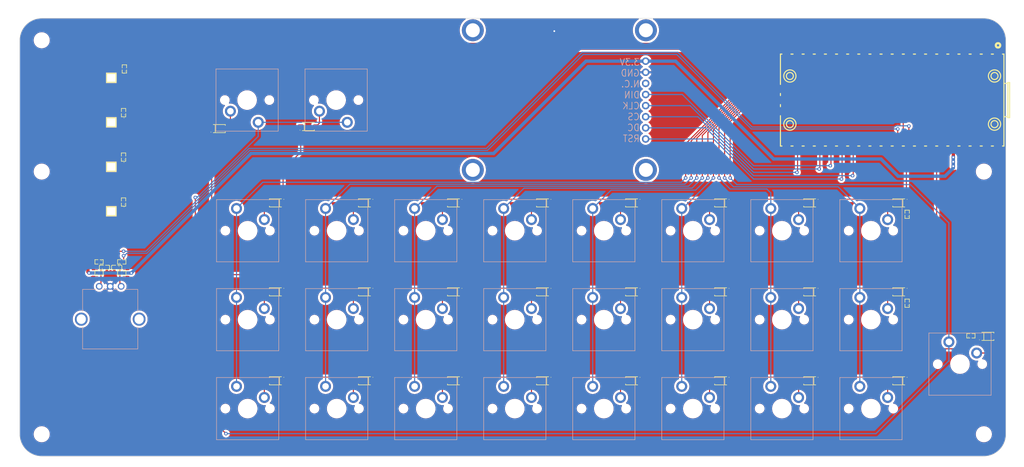
<source format=kicad_pcb>
(kicad_pcb (version 20241229) (generator "pcbnew") (generator_version "9.0")
  (layers (0 "F.Cu" signal) (2 "B.Cu" signal) (13 "F.Paste" user) (15 "B.Paste" user) (5 "F.SilkS" user "F.Silkscreen") (7 "B.SilkS" user "B.Silkscreen") (1 "F.Mask" user) (3 "B.Mask" user) (25 "Edge.Cuts" user))
  (net 0 "")
  (net 1 "ROW1")
  (net 2 "GND")
  (net 3 "ROW2")
  (net 4 "ROW3")
  (net 5 "Net-(SW1-A)")
  (net 6 "COL1")
  (net 7 "Net-(SW2-A)")
  (net 8 "Net-(SW3-A)")
  (net 9 "Net-(SW4-A)")
  (net 10 "COL2")
  (net 11 "Net-(SW5-A)")
  (net 12 "Net-(SW6-A)")
  (net 13 "Net-(SW7-A)")
  (net 14 "COL3")
  (net 15 "Net-(SW8-A)")
  (net 16 "Net-(SW9-A)")
  (net 17 "Net-(SW10-A)")
  (net 18 "COL4")
  (net 19 "Net-(SW11-A)")
  (net 20 "Net-(SW12-A)")
  (net 21 "Net-(SW13-A)")
  (net 22 "COL5")
  (net 23 "Net-(SW14-A)")
  (net 24 "Net-(SW15-A)")
  (net 25 "Net-(SW16-A)")
  (net 26 "COL6")
  (net 27 "Net-(SW17-A)")
  (net 28 "Net-(SW18-A)")
  (net 29 "Net-(SW19-A)")
  (net 30 "COL7")
  (net 31 "Net-(SW20-A)")
  (net 32 "Net-(SW21-A)")
  (net 33 "Net-(SW22-A)")
  (net 34 "COL8")
  (net 35 "Net-(SW23-A)")
  (net 36 "Net-(SW24-A)")
  (net 38 "Net-(U29-K)")
  (net 39 "Net-(C1-Pad1)")
  (net 40 "Net-(C2-Pad1)")
  (net 41 "OLED_RST")
  (net 42 "OLED_DC")
  (net 43 "OLED_CS")
  (net 46 "OLED_CLK")
  (net 47 "OLED_DIN")
  (net 50 "+3V3")
  (net 52 "Net-(U30-K)")
  (net 54 "Net-(U31-K)")
  (net 56 "Net-(U32-K)")
  (net 59 "ROTARY_B")
  (net 60 "ROTARY_A")
  (net 62 "Net-(SW26-A)")
  (net 63 "COL9")
  (net 64 "Net-(SW27-A)")
  (net 65 "Net-(SW28-A)")
  (net 66 "LED1")
  (net 67 "LED2")
  (net 68 "LED3")
  (net 69 "LED4")
  (footprint "vm-1:SOD-123F_L2.7-W1.6-LS3.8-RD" (layer "F.Cu") (at 93.345 117.475 180)
    (property "Reference" "U1" (hide yes))
    (property "Value" "1N4148W_C81598")
  )
  (footprint "vm-1:SOD-123F_L2.7-W1.6-LS3.8-RD" (layer "F.Cu") (at 154.305 117.475 180)
    (property "Reference" "U10" (hide yes))
    (property "Value" "1N4148W_C81598")
  )
  (footprint "vm-1:SOD-123F_L2.7-W1.6-LS3.8-RD" (layer "F.Cu") (at 154.305 97.155 180)
    (property "Reference" "U9" (hide yes))
    (property "Value" "1N4148W_C81598")
  )
  (footprint "MountingHole:MountingHole_3.2mm_M3" (layer "F.Cu") (at 255 150)
    (property "Reference" "H3" (hide yes))
    (property "Value" "MountingHole")
  )
  (footprint "vm-1:R0402" (layer "F.Cu") (at 58.270647 113.163 180)
    (property "Reference" "R2" (hide yes))
    (property "Value" "0402WGF1002TCE" (hide yes))
  )
  (footprint "vm-1:SOD-123F_L2.7-W1.6-LS3.8-RD" (layer "F.Cu") (at 255.905 127.635)
    (property "Reference" "U28" (hide yes))
    (property "Value" "1N4148W_C81598")
  )
  (footprint "vm-1:R0402" (layer "F.Cu") (at 53.087013 110.623 180)
    (property "Reference" "R3" (hide yes))
    (property "Value" "0402WGF1002TCE 10k" (hide yes))
  )
  (footprint "vm-1:SOD-123F_L2.7-W1.6-LS3.8-RD" (layer "F.Cu") (at 174.625 117.475 180)
    (property "Reference" "U13" (hide yes))
    (property "Value" "1N4148W_C81598")
  )
  (footprint "vm-1:SOD-123F_L2.7-W1.6-LS3.8-RD" (layer "F.Cu") (at 93.345 137.795 180)
    (property "Reference" "U2" (hide yes))
    (property "Value" "1N4148W_C81598")
  )
  (footprint "MountingHole:MountingHole_3.2mm_M3" (layer "F.Cu") (at 40 60)
    (property "Reference" "H5" (hide yes))
    (property "Value" "MountingHole")
  )
  (footprint "vm-1:R0402" (layer "F.Cu") (at 58.270647 110.623)
    (property "Reference" "R4" (hide yes))
    (property "Value" "0402WGF1002TCE 10k" (hide yes))
  )
  (footprint "vm-1:R0402" (layer "F.Cu") (at 237.49 99.746817 90)
    (property "Reference" "R9" (hide yes))
    (property "Value" "0402WGF1002TCE" (hide yes))
  )
  (footprint "vm-1:SOD-123F_L2.7-W1.6-LS3.8-RD" (layer "F.Cu") (at 133.985 97.155 180)
    (property "Reference" "U6" (hide yes))
    (property "Value" "1N4148W_C81598")
  )
  (footprint "vm-1:C0402" (layer "F.Cu") (at 57.112915 111.893 180)
    (property "Reference" "C2" (hide yes))
    (property "Value" "10nF" (hide yes))
  )
  (footprint "vm-1:R0402" (layer "F.Cu") (at 58.674 96.952817 90)
    (property "Reference" "R8" (hide yes))
    (property "Value" "0402WGF1000TCE" (hide yes))
  )
  (footprint "MountingHole:MountingHole_3.2mm_M3" (layer "F.Cu") (at 255 90)
    (property "Reference" "H4" (hide yes))
    (property "Value" "MountingHole")
  )
  (footprint "vm-1:SOD-123F_L2.7-W1.6-LS3.8-RD" (layer "F.Cu") (at 133.985 137.795 180)
    (property "Reference" "U8" (hide yes))
    (property "Value" "1N4148W_C81598")
  )
  (footprint "vm-1:R0402" (layer "F.Cu") (at 252.043183 127.508)
    (property "Reference" "R11" (hide yes))
    (property "Value" "0402WGF1002TCE" (hide yes))
  )
  (footprint "vm-1:SOD-123F_L2.7-W1.6-LS3.8-RD" (layer "F.Cu") (at 215.265 137.795 180)
    (property "Reference" "U20" (hide yes))
    (property "Value" "1N4148W_C81598")
  )
  (footprint "vm-1:LED-SMD_L2.1-W2.0-RD" (layer "F.Cu") (at 55.88 88.9 180)
    (property "Reference" "U31" (hide yes))
    (property "Value" "95-21SURC_S530-A3_TR10" (hide yes))
    (fp_rect (start -1.2 -1.2) (end 1.2 1.2) (stroke (width 0.05)) (fill no) (layer "Edge.Cuts"))
  )
  (footprint "vm-1:SOD-123F_L2.7-W1.6-LS3.8-RD" (layer "F.Cu") (at 113.665 117.475 180)
    (property "Reference" "U4" (hide yes))
    (property "Value" "1N4148W_C81598")
  )
  (footprint "vm-1:R0402" (layer "F.Cu") (at 53.087013 113.163)
    (property "Reference" "R1" (hide yes))
    (property "Value" "0402WGF1002TCE" (hide yes))
  )
  (footprint "vm-1:R0402" (layer "F.Cu") (at 58.674 86.689183 90)
    (property "Reference" "R7" (hide yes))
    (property "Value" "0402WGF1000TCE" (hide yes))
  )
  (footprint "vm-1:LED-SMD_L2.1-W2.0-RD" (layer "F.Cu") (at 55.88 78.74 180)
    (property "Reference" "U30" (hide yes))
    (property "Value" "95-21SURC_S530-A3_TR10" (hide yes))
    (fp_rect (start -1.2 -1.2) (end 1.2 1.2) (stroke (width 0.05)) (fill no) (layer "Edge.Cuts"))
  )
  (footprint "vm-1:SOD-123F_L2.7-W1.6-LS3.8-RD" (layer "F.Cu") (at 133.985 117.475 180)
    (property "Reference" "U7" (hide yes))
    (property "Value" "1N4148W_C81598")
  )
  (footprint "vm-1:SOD-123F_L2.7-W1.6-LS3.8-RD" (layer "F.Cu") (at 235.585 117.475 180)
    (property "Reference" "U22" (hide yes))
    (property "Value" "1N4148W_C81598")
  )
  (footprint "vm-1:SOD-123F_L2.7-W1.6-LS3.8-RD" (layer "F.Cu") (at 80.518 80.18)
    (property "Reference" "U26" (hide yes))
    (property "Value" "1N4148W_C81598" (hide yes))
  )
  (footprint "vm-1:R0402" (layer "F.Cu") (at 237.49 120.066817 90)
    (property "Reference" "R10" (hide yes))
    (property "Value" "0402WGF1002TCE" (hide yes))
  )
  (footprint "vm-1:SOD-123F_L2.7-W1.6-LS3.8-RD" (layer "F.Cu") (at 93.345 97.155 180)
    (property "Reference" "U25" (hide yes))
    (property "Value" "1N4148W_C81598" (hide yes))
  )
  (footprint "vm-1:R0402" (layer "F.Cu") (at 58.674 76.529183 90)
    (property "Reference" "R6" (hide yes))
    (property "Value" "0402WGF1000TCE" (hide yes))
  )
  (footprint "vm-1:SOD-123F_L2.7-W1.6-LS3.8-RD" (layer "F.Cu") (at 235.585 97.155 180)
    (property "Reference" "U21" (hide yes))
    (property "Value" "1N4148W_C81598")
  )
  (footprint "vm-1:SOD-123F_L2.7-W1.6-LS3.8-RD" (layer "F.Cu") (at 215.265 97.155 180)
    (property "Reference" "U18" (hide yes))
    (property "Value" "1N4148W_C81598")
  )
  (footprint "vm-1:LED-SMD_L2.1-W2.0-RD" (layer "F.Cu") (at 55.88 68.58 180)
    (property "Reference" "U29" (hide yes))
    (property "Value" "95-21SURC_S530-A3_TR10" (hide yes))
    (fp_rect (start -1.2 -1.2) (end 1.2 1.2) (stroke (width 0.05)) (fill no) (layer "Edge.Cuts"))
  )
  (footprint "vm-1:SOD-123F_L2.7-W1.6-LS3.8-RD" (layer "F.Cu") (at 194.945 137.795 180)
    (property "Reference" "U17" (hide yes))
    (property "Value" "1N4148W_C81598")
  )
  (footprint "MountingHole:MountingHole_3.2mm_M3" (layer "F.Cu") (at 40 150)
    (property "Reference" "H2" (hide yes))
    (property "Value" "MountingHole")
  )
  (footprint "vm-1:SOD-123F_L2.7-W1.6-LS3.8-RD" (layer "F.Cu") (at 235.585 137.795 180)
    (property "Reference" "U23" (hide yes))
    (property "Value" "1N4148W_C81598")
  )
  (footprint "vm-1:SOD-123F_L2.7-W1.6-LS3.8-RD" (layer "F.Cu") (at 174.625 137.795 180)
    (property "Reference" "U14" (hide yes))
    (property "Value" "1N4148W_C81598")
  )
  (footprint "vm-1:LED-SMD_L2.1-W2.0-RD" (layer "F.Cu") (at 55.88 99.06 180)
    (property "Reference" "U32" (hide yes))
    (property "Value" "95-21SURC_S530-A3_TR10" (hide yes))
    (fp_rect (start -1.2 -1.2) (end 1.2 1.2) (stroke (width 0.05)) (fill no) (layer "Edge.Cuts"))
  )
  (footprint "vm-1:SOD-123F_L2.7-W1.6-LS3.8-RD" (layer "F.Cu") (at 174.625 97.155 180)
    (property "Reference" "U12" (hide yes))
    (property "Value" "1N4148W_C81598")
  )
  (footprint "vm-1:COMM-SMD_L51.0-W21.0-P2.54_SC0916" (layer "F.Cu") (at 233.68 73.66 180)
    (property "Reference" "U27" (hide yes))
    (property "Value" "PICO" (hide yes))
  )
  (footprint "vm-1:SOD-123F_L2.7-W1.6-LS3.8-RD" (layer "F.Cu") (at 154.305 137.795 180)
    (property "Reference" "U11" (hide yes))
    (property "Value" "1N4148W_C81598")
  )
  (footprint "vm-1:C0402" (layer "F.Cu") (at 54.318915 111.893)
    (property "Reference" "C1" (hide yes))
    (property "Value" "10nF" (hide yes))
  )
  (footprint "vm-1:SOD-123F_L2.7-W1.6-LS3.8-RD" (layer "F.Cu") (at 113.665 97.155 180)
    (property "Reference" "U3" (hide yes))
    (property "Value" "1N4148W_C81598")
  )
  (footprint "vm-1:SOD-123F_L2.7-W1.6-LS3.8-RD" (layer "F.Cu") (at 215.265 117.475 180)
    (property "Reference" "U19" (hide yes))
    (property "Value" "1N4148W_C81598")
  )
  (footprint "MountingHole:MountingHole_3.2mm_M3" (layer "F.Cu") (at 40 90)
    (property "Reference" "H1" (hide yes))
    (property "Value" "MountingHole")
  )
  (footprint "vm-1:SOD-123F_L2.7-W1.6-LS3.8-RD" (layer "F.Cu") (at 194.945 117.475 180)
    (property "Reference" "U16" (hide yes))
    (property "Value" "1N4148W_C81598")
  )
  (footprint "vm-1:R0402" (layer "F.Cu") (at 58.86705 66.548 90)
    (property "Reference" "R5" (hide yes))
    (property "Value" "0402WGF1000TCE" (hide yes))
  )
  (footprint "vm-1:SOD-123F_L2.7-W1.6-LS3.8-RD" (layer "F.Cu") (at 194.945 97.155 180)
    (property "Reference" "U15" (hide yes))
    (property "Value" "1N4148W_C81598")
  )
  (footprint "vm-1:SOD-123F_L2.7-W1.6-LS3.8-RD" (layer "F.Cu") (at 113.665 137.795 180)
    (property "Reference" "U5" (hide yes))
    (property "Value" "1N4148W_C81598")
  )
  (footprint "vm-1:SOD-123F_L2.7-W1.6-LS3.8-RD" (layer "F.Cu") (at 100.838 79.715)
    (property "Reference" "U24" (hide yes))
    (property "Value" "1N4148W_C81598" (hide yes))
  )
  (footprint "PCM_Switch_Keyboard_Cherry_MX:SW_Cherry_MX_PCB_1.00u" (layer "B.Cu") (at 249.555 133.985 180)
    (property "Reference" "SW28" (hide yes))
    (property "Value" "SW_SPST")
  )
  (footprint "LOGO" (layer "B.Cu") (at 220 73.152 180)
    (property "Reference" "G***" (hide yes))
    (property "Value" "LOGO" (hide yes))
  )
  (footprint "PCM_Switch_Keyboard_Cherry_MX:SW_Cherry_MX_PCB_1.00u" (layer "B.Cu") (at 208.915 123.825 180)
    (property "Reference" "SW20" (hide yes))
    (property "Value" "SW_SPST")
  )
  (footprint "PCM_Switch_Keyboard_Cherry_MX:SW_Cherry_MX_PCB_1.00u" (layer "B.Cu") (at 188.595 103.505 180)
    (property "Reference" "SW16" (hide yes))
    (property "Value" "SW_SPST")
  )
  (footprint "PCM_Switch_Keyboard_Cherry_MX:SW_Cherry_MX_PCB_1.00u" (layer "B.Cu") (at 229.235 144.145 180)
    (property "Reference" "SW24" (hide yes))
    (property "Value" "SW_SPST")
  )
  (footprint "PCM_Switch_Keyboard_Cherry_MX:SW_Cherry_MX_PCB_1.00u" (layer "B.Cu") (at 127.635 144.145 180)
    (property "Reference" "SW9" (hide yes))
    (property "Value" "SW_SPST")
  )
  (footprint "Rotary_Encoder:RotaryEncoder_Bourns_Vertical_PEC12R-3xxxF-Nxxxx" (layer "B.Cu") (at 53.126 116.211 -90)
    (property "Reference" "SW25" (hide yes))
    (property "Value" "RotaryEncoder")
  )
  (footprint "PCM_Switch_Keyboard_Cherry_MX:SW_Cherry_MX_PCB_1.00u" (layer "B.Cu") (at 168.275 144.145 180)
    (property "Reference" "SW15" (hide yes))
    (property "Value" "SW_SPST")
  )
  (footprint "PCM_Switch_Keyboard_Cherry_MX:SW_Cherry_MX_PCB_1.00u" (layer "B.Cu") (at 86.995 123.825 180)
    (property "Reference" "SW2" (hide yes))
    (property "Value" "SW_SPST")
  )
  (footprint "PCM_Switch_Keyboard_Cherry_MX:SW_Cherry_MX_PCB_1.00u" (layer "B.Cu") (at 127.635 103.505 180)
    (property "Reference" "SW7" (hide yes))
    (property "Value" "SW_SPST")
  )
  (footprint "PCM_Switch_Keyboard_Cherry_MX:SW_Cherry_MX_PCB_1.00u" (layer "B.Cu") (at 147.955 123.825 180)
    (property "Reference" "SW11" (hide yes))
    (property "Value" "SW_SPST")
  )
  (footprint "PCM_Switch_Keyboard_Cherry_MX:SW_Cherry_MX_PCB_1.00u" (layer "B.Cu") (at 127.635 123.825 180)
    (property "Reference" "SW8" (hide yes))
    (property "Value" "SW_SPST")
  )
  (footprint "PCM_Switch_Keyboard_Cherry_MX:SW_Cherry_MX_PCB_1.00u" (layer "B.Cu") (at 147.955 144.145 180)
    (property "Reference" "SW12" (hide yes))
    (property "Value" "SW_SPST")
  )
  (footprint "PCM_Switch_Keyboard_Cherry_MX:SW_Cherry_MX_PCB_1.00u" (layer "B.Cu") (at 86.995 103.505 180)
    (property "Reference" "SW1" (hide yes))
    (property "Value" "SW_SPST" (hide yes))
  )
  (footprint "PCM_Switch_Keyboard_Cherry_MX:SW_Cherry_MX_PCB_1.00u" (layer "B.Cu") (at 86.868 73.66)
    (property "Reference" "SW27" (hide yes))
    (property "Value" "SW_SPST")
  )
  (footprint "PCM_Switch_Keyboard_Cherry_MX:SW_Cherry_MX_PCB_1.00u" (layer "B.Cu") (at 188.595 123.825 180)
    (property "Reference" "SW17" (hide yes))
    (property "Value" "SW_SPST")
  )
  (footprint "PCM_Switch_Keyboard_Cherry_MX:SW_Cherry_MX_PCB_1.00u" (layer "B.Cu") (at 147.955 103.505 180)
    (property "Reference" "SW10" (hide yes))
    (property "Value" "SW_SPST")
  )
  (footprint "PCM_Switch_Keyboard_Cherry_MX:SW_Cherry_MX_PCB_1.00u" (layer "B.Cu") (at 229.235 103.505 180)
    (property "Reference" "SW22" (hide yes))
    (property "Value" "SW_SPST")
  )
  (footprint "PCM_Switch_Keyboard_Cherry_MX:SW_Cherry_MX_PCB_1.00u" (layer "B.Cu") (at 168.275 123.825 180)
    (property "Reference" "SW14" (hide yes))
    (property "Value" "SW_SPST")
  )
  (footprint "PCM_Switch_Keyboard_Cherry_MX:SW_Cherry_MX_PCB_1.00u" (layer "B.Cu") (at 107.315 144.145 180)
    (property "Reference" "SW6" (hide yes))
    (property "Value" "SW_SPST")
  )
  (footprint "clockdiv:Waveshare OLED 1.5in" (layer "B.Cu") (at 177.82 73.66 180)
    (property "Reference" "J2" (hide yes))
    (property "Value" "Conn_01x08_Pin")
  )
  (footprint "PCM_Switch_Keyboard_Cherry_MX:SW_Cherry_MX_PCB_1.00u" (layer "B.Cu") (at 208.915 144.145 180)
    (property "Reference" "SW21" (hide yes))
    (property "Value" "SW_SPST")
  )
  (footprint "PCM_Switch_Keyboard_Cherry_MX:SW_Cherry_MX_PCB_1.00u" (layer "B.Cu") (at 107.188 73.66)
    (property "Reference" "SW26" (hide yes))
    (property "Value" "SW_SPST")
  )
  (footprint "PCM_Switch_Keyboard_Cherry_MX:SW_Cherry_MX_PCB_1.00u" (layer "B.Cu") (at 107.315 103.505 180)
    (property "Reference" "SW4" (hide yes))
    (property "Value" "SW_SPST")
  )
  (footprint "PCM_Switch_Keyboard_Cherry_MX:SW_Cherry_MX_PCB_1.00u" (layer "B.Cu") (at 208.915 103.505 180)
    (property "Reference" "SW19" (hide yes))
    (property "Value" "SW_SPST")
  )
  (footprint "PCM_Switch_Keyboard_Cherry_MX:SW_Cherry_MX_PCB_1.00u" (layer "B.Cu") (at 107.315 123.825 180)
    (property "Reference" "SW5" (hide yes))
    (property "Value" "SW_SPST")
  )
  (footprint "PCM_Switch_Keyboard_Cherry_MX:SW_Cherry_MX_PCB_1.00u" (layer "B.Cu") (at 229.235 123.825 180)
    (property "Reference" "SW23" (hide yes))
    (property "Value" "SW_SPST")
  )
  (footprint "PCM_Switch_Keyboard_Cherry_MX:SW_Cherry_MX_PCB_1.00u" (layer "B.Cu") (at 168.275 103.505 180)
    (property "Reference" "SW13" (hide yes))
    (property "Value" "SW_SPST")
  )
  (footprint "PCM_Switch_Keyboard_Cherry_MX:SW_Cherry_MX_PCB_1.00u" (layer "B.Cu") (at 86.995 144.145 180)
    (property "Reference" "SW3" (hide yes))
    (property "Value" "SW_SPST")
  )
  (footprint "PCM_Switch_Keyboard_Cherry_MX:SW_Cherry_MX_PCB_1.00u" (layer "B.Cu") (at 188.595 144.145 180)
    (property "Reference" "SW18" (hide yes))
    (property "Value" "SW_SPST")
  )
  (gr_line (start 40 55) (end 255 55) (stroke (width 0.1)) (layer "Edge.Cuts"))
  (gr_arc (start 35 60) (mid 36.464466 56.464466) (end 40 55) (stroke (width 0.1)) (layer "Edge.Cuts"))
  (gr_line (start 35 60) (end 35 150) (stroke (width 0.1)) (layer "Edge.Cuts"))
  (gr_arc (start 255 55) (mid 258.535534 56.464466) (end 260 60) (stroke (width 0.1)) (layer "Edge.Cuts"))
  (gr_arc (start 260 150) (mid 258.535534 153.535534) (end 255 155) (stroke (width 0.1)) (layer "Edge.Cuts"))
  (gr_arc (start 40 155) (mid 36.464466 153.535534) (end 35 150) (stroke (width 0.1)) (layer "Edge.Cuts"))
  (gr_line (start 260 150) (end 260 60) (stroke (width 0.1)) (layer "Edge.Cuts"))
  (gr_line (start 40 155) (end 255 155) (stroke (width 0.1)) (layer "Edge.Cuts"))
  (gr_text "3.3V\nGND\nN.C.\nDIN\nCLK\nCS\nDC\nRST" (at 176.53 73.735 0) (layer "B.SilkS") (effects (font (size 1.55 1.4)) (justify left mirror)))
  (segment (start 135.71995 97.155) (end 134.89495 96.33) (width 0.25) (layer "F.Cu") (net 1))
  (segment (start 156.86495 96.33) (end 156.03995 97.155) (width 0.25) (layer "F.Cu") (net 1))
  (segment (start 237.31995 99.14395) (end 237.49 99.314) (width 0.25) (layer "F.Cu") (net 1))
  (segment (start 237.890008 63.572624) (end 237.890008 74.021992) (width 0.25) (layer "F.Cu") (net 1))
  (segment (start 116.22495 96.33) (end 115.39995 97.155) (width 0.25) (layer "F.Cu") (net 1))
  (segment (start 197.50495 96.33) (end 196.67995 97.155) (width 0.25) (layer "F.Cu") (net 1))
  (segment (start 237.31995 87.20595) (end 237.31995 97.155) (width 0.25) (layer "F.Cu") (net 1))
  (segment (start 236.601 86.233) (end 237.31995 87.20595) (width 0.25) (layer "F.Cu") (net 1))
  (segment (start 114.57495 96.33) (end 95.90495 96.33) (width 0.25) (layer "F.Cu") (net 1))
  (segment (start 134.89495 96.33) (end 116.22495 96.33) (width 0.25) (layer "F.Cu") (net 1))
  (segment (start 216.17495 96.33) (end 197.50495 96.33) (width 0.25) (layer "F.Cu") (net 1))
  (segment (start 99.10305 85.55495) (end 99.10305 79.715) (width 0.25) (layer "F.Cu") (net 1))
  (segment (start 196.67995 97.155) (end 195.85495 96.33) (width 0.25) (layer "F.Cu") (net 1))
  (segment (start 175.53495 96.33) (end 156.86495 96.33) (width 0.25) (layer "F.Cu") (net 1))
  (segment (start 177.18495 96.33) (end 176.35995 97.155) (width 0.25) (layer "F.Cu") (net 1))
  (segment (start 95.07995 89.57805) (end 99.10305 85.55495) (width 0.25) (layer "F.Cu") (net 1))
  (segment (start 236.601 75.311) (end 236.601 86.233) (width 0.25) (layer "F.Cu") (net 1))
  (segment (start 237.890008 74.021992) (end 236.601 75.311) (width 0.25) (layer "F.Cu") (net 1))
  (segment (start 237.31995 97.155) (end 237.31995 99.14395) (width 0.25) (layer "F.Cu") (net 1))
  (segment (start 95.07995 97.155) (end 95.07995 89.57805) (width 0.25) (layer "F.Cu") (net 1))
  (segment (start 115.39995 97.155) (end 114.57495 96.33) (width 0.25) (layer "F.Cu") (net 1))
  (segment (start 176.35995 97.155) (end 175.53495 96.33) (width 0.25) (layer "F.Cu") (net 1))
  (segment (start 237.31995 97.155) (end 236.49495 96.33) (width 0.25) (layer "F.Cu") (net 1))
  (segment (start 236.49495 96.33) (end 217.82495 96.33) (width 0.25) (layer "F.Cu") (net 1))
  (segment (start 136.54495 96.33) (end 135.71995 97.155) (width 0.25) (layer "F.Cu") (net 1))
  (segment (start 217.82495 96.33) (end 216.99995 97.155) (width 0.25) (layer "F.Cu") (net 1))
  (segment (start 95.90495 96.33) (end 95.07995 97.155) (width 0.25) (layer "F.Cu") (net 1))
  (segment (start 155.21495 96.33) (end 136.54495 96.33) (width 0.25) (layer "F.Cu") (net 1))
  (segment (start 156.03995 97.155) (end 155.21495 96.33) (width 0.25) (layer "F.Cu") (net 1))
  (segment (start 216.99995 97.155) (end 216.17495 96.33) (width 0.25) (layer "F.Cu") (net 1))
  (segment (start 195.85495 96.33) (end 177.18495 96.33) (width 0.25) (layer "F.Cu") (net 1))
  (via (at 156.972 57.912) (size 0.8) (drill 0.4) (layers "F.Cu" "B.Cu") (net 2))
  (segment (start 197.50495 116.65) (end 196.67995 117.475) (width 0.25) (layer "F.Cu") (net 3))
  (segment (start 237.31995 119.46395) (end 237.49 119.634) (width 0.25) (layer "F.Cu") (net 3))
  (segment (start 78.78305 112.05705) (end 78.8924 112.1664) (width 0.25) (layer "F.Cu") (net 3))
  (segment (start 242.970018 73.806018) (end 244.221 75.438) (width 0.25) (layer "F.Cu") (net 3))
  (segment (start 242.970018 63.572624) (end 242.970018 73.806018) (width 0.25) (layer "F.Cu") (net 3))
  (segment (start 237.31995 117.475) (end 237.31995 119.46395) (width 0.25) (layer "F.Cu") (net 3))
  (segment (start 155.21495 116.65) (end 136.54495 116.65) (width 0.25) (layer "F.Cu") (net 3))
  (segment (start 216.99995 117.475) (end 216.17495 116.65) (width 0.25) (layer "F.Cu") (net 3))
  (segment (start 115.39995 117.475) (end 114.57495 116.65) (width 0.25) (layer "F.Cu") (net 3))
  (segment (start 217.82495 116.65) (end 216.99995 117.475) (width 0.25) (layer "F.Cu") (net 3))
  (segment (start 78.78305 80.18) (end 78.78305 112.05705) (width 0.25) (layer "F.Cu") (net 3))
  (segment (start 91.14295 113.538) (end 80.264 113.538) (width 0.25) (layer "F.Cu") (net 3))
  (segment (start 237.31995 117.475) (end 236.49495 116.65) (width 0.25) (layer "F.Cu") (net 3))
  (segment (start 135.71995 117.475) (end 134.89495 116.65) (width 0.25) (layer "F.Cu") (net 3))
  (segment (start 176.35995 117.475) (end 175.53495 116.65) (width 0.25) (layer "F.Cu") (net 3))
  (segment (start 196.67995 117.475) (end 195.85495 116.65) (width 0.25) (layer "F.Cu") (net 3))
  (segment (start 244.221 110.57395) (end 237.31995 117.475) (width 0.25) (layer "F.Cu") (net 3))
  (segment (start 114.57495 116.65) (end 95.90495 116.65) (width 0.25) (layer "F.Cu") (net 3))
  (segment (start 136.54495 116.65) (end 135.71995 117.475) (width 0.25) (layer "F.Cu") (net 3))
  (segment (start 216.17495 116.65) (end 197.50495 116.65) (width 0.25) (layer "F.Cu") (net 3))
  (segment (start 244.221 75.438) (end 244.221 110.57395) (width 0.25) (layer "F.Cu") (net 3))
  (segment (start 134.89495 116.65) (end 116.22495 116.65) (width 0.25) (layer "F.Cu") (net 3))
  (segment (start 95.90495 116.65) (end 95.07995 117.475) (width 0.25) (layer "F.Cu") (net 3))
  (segment (start 195.85495 116.65) (end 175.45 116.65) (width 0.25) (layer "F.Cu") (net 3))
  (segment (start 236.49495 116.65) (end 217.82495 116.65) (width 0.25) (layer "F.Cu") (net 3))
  (segment (start 116.22495 116.65) (end 115.39995 117.475) (width 0.25) (layer "F.Cu") (net 3))
  (segment (start 95.07995 117.475) (end 91.14295 113.538) (width 0.25) (layer "F.Cu") (net 3))
  (segment (start 80.264 113.538) (end 78.8924 112.1664) (width 0.25) (layer "F.Cu") (net 3))
  (segment (start 156.03995 117.475) (end 155.21495 116.65) (width 0.25) (layer "F.Cu") (net 3))
  (segment (start 175.53495 116.65) (end 156.86495 116.65) (width 0.25) (layer "F.Cu") (net 3))
  (segment (start 156.86495 116.65) (end 156.03995 117.475) (width 0.25) (layer "F.Cu") (net 3))
  (segment (start 254.381 127.42405) (end 254.17005 127.635) (width 0.25) (layer "F.Cu") (net 4))
  (segment (start 116.22495 136.97) (end 134.89495 136.97) (width 0.25) (layer "F.Cu") (net 4))
  (segment (start 156.86495 136.97) (end 175.53495 136.97) (width 0.25) (layer "F.Cu") (net 4))
  (segment (start 249.08491 70.06609) (end 249.301 70.28218) (width 0.25) (layer "F.Cu") (net 4))
  (segment (start 254.04305 127.508) (end 254.17005 127.635) (width 0.25) (layer "F.Cu") (net 4))
  (segment (start 237.31995 137.795) (end 244.63495 130.48) (width 0.25) (layer "F.Cu") (net 4))
  (segment (start 254.381 99.949) (end 254.381 127.42405) (width 0.25) (layer "F.Cu") (net 4))
  (segment (start 244.63495 130.48) (end 251.32505 130.48) (width 0.25) (layer "F.Cu") (net 4))
  (segment (start 95.07995 137.795) (end 95.90495 136.97) (width 0.25) (layer "F.Cu") (net 4))
  (segment (start 249.301 70.28218) (end 249.301 94.869) (width 0.25) (layer "F.Cu") (net 4))
  (segment (start 236.49495 136.97) (end 237.31995 137.795) (width 0.25) (layer "F.Cu") (net 4))
  (segment (start 245.510023 63.572624) (end 245.510023 66.440023) (width 0.25) (layer "F.Cu") (net 4))
  (segment (start 95.90495 136.97) (end 114.57495 136.97) (width 0.25) (layer "F.Cu") (net 4))
  (segment (start 216.17495 136.97) (end 216.99995 137.795) (width 0.25) (layer "F.Cu") (net 4))
  (segment (start 251.32505 130.48) (end 254.17005 127.635) (width 0.25) (layer "F.Cu") (net 4))
  (segment (start 115.39995 137.795) (end 116.22495 136.97) (width 0.25) (layer "F.Cu") (net 4))
  (segment (start 245.510023 66.440023) (end 249.08491 70.06609) (width 0.25) (layer "F.Cu") (net 4))
  (segment (start 217.82495 136.97) (end 236.49495 136.97) (width 0.25) (layer "F.Cu") (net 4))
  (segment (start 155.21495 136.97) (end 156.03995 137.795) (width 0.25) (layer "F.Cu") (net 4))
  (segment (start 197.50495 136.97) (end 216.17495 136.97) (width 0.25) (layer "F.Cu") (net 4))
  (segment (start 156.03995 137.795) (end 156.86495 136.97) (width 0.25) (layer "F.Cu") (net 4))
  (segment (start 216.99995 137.795) (end 217.82495 136.97) (width 0.25) (layer "F.Cu") (net 4))
  (segment (start 249.301 94.869) (end 254.381 99.949) (width 0.25) (layer "F.Cu") (net 4))
  (segment (start 196.67995 137.795) (end 197.50495 136.97) (width 0.25) (layer "F.Cu") (net 4))
  (segment (start 195.85495 136.97) (end 196.67995 137.795) (width 0.25) (layer "F.Cu") (net 4))
  (segment (start 114.57495 136.97) (end 115.39995 137.795) (width 0.25) (layer "F.Cu") (net 4))
  (segment (start 136.54495 136.97) (end 155.21495 136.97) (width 0.25) (layer "F.Cu") (net 4))
  (segment (start 176.35995 137.795) (end 177.18495 136.97) (width 0.25) (layer "F.Cu") (net 4))
  (segment (start 252.476 127.508) (end 254.04305 127.508) (width 0.25) (layer "F.Cu") (net 4))
  (segment (start 175.53495 136.97) (end 176.35995 137.795) (width 0.25) (layer "F.Cu") (net 4))
  (segment (start 135.71995 137.795) (end 136.54495 136.97) (width 0.25) (layer "F.Cu") (net 4))
  (segment (start 177.18495 136.97) (end 195.85495 136.97) (width 0.25) (layer "F.Cu") (net 4))
  (segment (start 134.89495 136.97) (end 135.71995 137.795) (width 0.25) (layer "F.Cu") (net 4))
  (segment (start 90.805 97.96005) (end 91.61005 97.155) (width 0.25) (layer "F.Cu") (net 5))
  (segment (start 90.805 100.965) (end 90.805 97.96005) (width 0.25) (layer "F.Cu") (net 5))
  (segment (start 209.4924 65.996) (end 204.582832 65.996) (width 0.25) (layer "F.Cu") (net 6))
  (segment (start 186.944 83.634832) (end 186.944 91.44) (width 0.25) (layer "F.Cu") (net 6))
  (segment (start 209.949952 65.538448) (end 209.4924 65.996) (width 0.25) (layer "F.Cu") (net 6))
  (segment (start 209.949952 63.572624) (end 209.949952 65.538448) (width 0.25) (layer "F.Cu") (net 6))
  (segment (start 204.582832 65.996) (end 186.944 83.634832) (width 0.25) (layer "F.Cu") (net 6))
  (via (at 186.944 91.44) (size 0.8) (drill 0.4) (layers "F.Cu" "B.Cu") (net 6))
  (segment (start 186.944 91.44) (end 185.949 92.435) (width 0.25) (layer "B.Cu") (net 6))
  (segment (start 84.455 139.065) (end 84.455 98.425) (width 0.25) (layer "B.Cu") (net 6))
  (segment (start 185.949 92.435) (end 90.445 92.435) (width 0.25) (layer "B.Cu") (net 6))
  (segment (start 186.944 91.44) (end 186.669 91.44) (width 0.25) (layer "B.Cu") (net 6))
  (segment (start 90.445 92.435) (end 84.455 98.425) (width 0.25) (layer "B.Cu") (net 6))
  (segment (start 90.805 118.28005) (end 91.61005 117.475) (width 0.25) (layer "F.Cu") (net 7))
  (segment (start 90.805 121.285) (end 90.805 118.28005) (width 0.25) (layer "F.Cu") (net 7))
  (segment (start 90.805 141.605) (end 90.805 138.60005) (width 0.25) (layer "F.Cu") (net 8))
  (segment (start 90.805 138.60005) (end 91.61005 137.795) (width 0.25) (layer "F.Cu") (net 8))
  (segment (start 111.125 100.965) (end 111.125 97.96005) (width 0.25) (layer "F.Cu") (net 9))
  (segment (start 111.125 97.96005) (end 111.93005 97.155) (width 0.25) (layer "F.Cu") (net 9))
  (segment (start 212.489957 64.372624) (end 211.076581 65.786) (width 0.25) (layer "F.Cu") (net 10))
  (segment (start 212.489957 63.572624) (end 212.489957 64.372624) (width 0.25) (layer "F.Cu") (net 10))
  (segment (start 210.4394 66.446) (end 204.769228 66.446) (width 0.25) (layer "F.Cu") (net 10))
  (segment (start 204.568614 66.646614) (end 188.214 83.001228) (width 0.25) (layer "F.Cu") (net 10))
  (segment (start 211.076581 65.808819) (end 210.4394 66.446) (width 0.25) (layer "F.Cu") (net 10))
  (segment (start 188.214 83.001228) (end 188.214 91.44) (width 0.25) (layer "F.Cu") (net 10))
  (segment (start 211.076581 65.786) (end 211.076581 65.808819) (width 0.25) (layer "F.Cu") (net 10))
  (segment (start 204.769228 66.446) (end 204.568614 66.646614) (width 0.25) (layer "F.Cu") (net 10))
  (via (at 188.214 91.44) (size 0.8) (drill 0.4) (layers "F.Cu" "B.Cu") (net 10))
  (segment (start 186.769 92.885) (end 110.315 92.885) (width 0.25) (layer "B.Cu") (net 10))
  (segment (start 110.315 92.885) (end 104.775 98.425) (width 0.25) (layer "B.Cu") (net 10))
  (segment (start 188.214 91.44) (end 186.769 92.885) (width 0.25) (layer "B.Cu") (net 10))
  (segment (start 104.775 139.065) (end 104.775 98.425) (width 0.25) (layer "B.Cu") (net 10))
  (segment (start 188.214 91.44) (end 187.96 91.568396) (width 0.25) (layer "B.Cu") (net 10))
  (segment (start 111.125 118.28005) (end 111.93005 117.475) (width 0.25) (layer "F.Cu") (net 11))
  (segment (start 111.125 121.285) (end 111.125 118.28005) (width 0.25) (layer "F.Cu") (net 11))
  (segment (start 111.125 138.60005) (end 111.93005 137.795) (width 0.25) (layer "F.Cu") (net 12))
  (segment (start 111.125 141.605) (end 111.125 138.60005) (width 0.25) (layer "F.Cu") (net 12))
  (segment (start 131.445 100.965) (end 131.445 97.96005) (width 0.25) (layer "F.Cu") (net 13))
  (segment (start 131.445 97.96005) (end 132.25005 97.155) (width 0.25) (layer "F.Cu") (net 13))
  (segment (start 216.6874 66.896) (end 204.955624 66.896) (width 0.25) (layer "F.Cu") (net 14))
  (segment (start 217.569967 66.013433) (end 216.6874 66.896) (width 0.25) (layer "F.Cu") (net 14))
  (segment (start 204.955624 66.896) (end 189.484 82.367624) (width 0.25) (layer "F.Cu") (net 14))
  (segment (start 217.569967 63.572624) (end 217.569967 66.013433) (width 0.25) (layer "F.Cu") (net 14))
  (segment (start 217.569967 63.572624) (end 217.569967 64.372624) (width 0.25) (layer "F.Cu") (net 14))
  (segment (start 189.484 82.367624) (end 189.484 91.44) (width 0.25) (layer "F.Cu") (net 14))
  (via (at 189.484 91.44) (size 0.8) (drill 0.4) (layers "F.Cu" "B.Cu") (net 14))
  (segment (start 189.484 91.44) (end 187.589 93.335) (width 0.25) (layer "B.Cu") (net 14))
  (segment (start 187.589 93.335) (end 130.185 93.335) (width 0.25) (layer "B.Cu") (net 14))
  (segment (start 130.185 93.335) (end 125.095 98.425) (width 0.25) (layer "B.Cu") (net 14))
  (segment (start 125.095 139.065) (end 125.095 98.425) (width 0.25) (layer "B.Cu") (net 14))
  (segment (start 131.445 118.28005) (end 132.25005 117.475) (width 0.25) (layer "F.Cu") (net 15))
  (segment (start 131.445 121.285) (end 131.445 118.28005) (width 0.25) (layer "F.Cu") (net 15))
  (segment (start 131.445 138.60005) (end 132.25005 137.795) (width 0.25) (layer "F.Cu") (net 16))
  (segment (start 131.445 141.605) (end 131.445 138.60005) (width 0.25) (layer "F.Cu") (net 16))
  (segment (start 151.765 100.965) (end 151.765 97.96005) (width 0.25) (layer "F.Cu") (net 17))
  (segment (start 151.765 97.96005) (end 152.57005 97.155) (width 0.25) (layer "F.Cu") (net 17))
  (segment (start 205.14202 67.346) (end 190.754 81.73402) (width 0.25) (layer "F.Cu") (net 18))
  (segment (start 190.754 81.73402) (end 190.754 91.44) (width 0.25) (layer "F.Cu") (net 18))
  (segment (start 217.8812 67.346) (end 205.14202 67.346) (width 0.25) (layer "F.Cu") (net 18))
  (segment (start 220.109972 63.572624) (end 220.109972 65.117228) (width 0.25) (layer "F.Cu") (net 18))
  (segment (start 220.109972 65.117228) (end 217.8812 67.346) (width 0.25) (layer "F.Cu") (net 18))
  (via (at 190.754 91.44) (size 0.8) (drill 0.4) (layers "F.Cu" "B.Cu") (net 18))
  (segment (start 188.409 93.785) (end 190.754 91.44) (width 0.25) (layer "B.Cu") (net 18))
  (segment (start 145.415 139.065) (end 145.415 98.425) (width 0.25) (layer "B.Cu") (net 18))
  (segment (start 150.055 93.785) (end 188.409 93.785) (width 0.25) (layer "B.Cu") (net 18))
  (segment (start 145.415 98.425) (end 150.055 93.785) (width 0.25) (layer "B.Cu") (net 18))
  (segment (start 151.765 121.285) (end 151.765 118.28005) (width 0.25) (layer "F.Cu") (net 19))
  (segment (start 151.765 118.28005) (end 152.57005 117.475) (width 0.25) (layer "F.Cu") (net 19))
  (segment (start 151.765 138.60005) (end 152.57005 137.795) (width 0.25) (layer "F.Cu") (net 20))
  (segment (start 151.765 141.605) (end 151.765 138.60005) (width 0.25) (layer "F.Cu") (net 20))
  (segment (start 172.085 97.96005) (end 172.89005 97.155) (width 0.25) (layer "F.Cu") (net 21))
  (segment (start 172.085 100.965) (end 172.085 97.96005) (width 0.25) (layer "F.Cu") (net 21))
  (segment (start 222.649977 64.751023) (end 219.605 67.796) (width 0.25) (layer "F.Cu") (net 22))
  (segment (start 222.649977 63.572624) (end 222.649977 64.751023) (width 0.25) (layer "F.Cu") (net 22))
  (segment (start 205.328416 67.796) (end 192.024 81.100416) (width 0.25) (layer "F.Cu") (net 22))
  (segment (start 192.024 81.100416) (end 192.024 91.44) (width 0.25) (layer "F.Cu") (net 22))
  (segment (start 219.605 67.796) (end 205.328416 67.796) (width 0.25) (layer "F.Cu") (net 22))
  (via (at 192.024 91.44) (size 0.8) (drill 0.4) (layers "F.Cu" "B.Cu") (net 22))
  (segment (start 189.229 94.235) (end 192.024 91.44) (width 0.25) (layer "B.Cu") (net 22))
  (segment (start 165.735 98.425) (end 169.925 94.235) (width 0.25) (layer "B.Cu") (net 22))
  (segment (start 169.925 94.235) (end 189.229 94.235) (width 0.25) (layer "B.Cu") (net 22))
  (segment (start 165.735 139.065) (end 165.735 98.425) (width 0.25) (layer "B.Cu") (net 22))
  (segment (start 172.085 118.28005) (end 172.89005 117.475) (width 0.25) (layer "F.Cu") (net 23))
  (segment (start 172.085 121.285) (end 172.085 118.28005) (width 0.25) (layer "F.Cu") (net 23))
  (segment (start 172.085 138.60005) (end 172.89005 137.795) (width 0.25) (layer "F.Cu") (net 24))
  (segment (start 172.085 141.605) (end 172.085 138.60005) (width 0.25) (layer "F.Cu") (net 24))
  (segment (start 192.405 100.965) (end 192.405 97.96005) (width 0.25) (layer "F.Cu") (net 25))
  (segment (start 192.405 97.96005) (end 193.21005 97.155) (width 0.25) (layer "F.Cu") (net 25))
  (segment (start 193.294 80.466812) (end 193.294 91.44) (width 0.25) (layer "F.Cu") (net 26))
  (segment (start 225.189982 63.572624) (end 225.189982 64.372624) (width 0.25) (layer "F.Cu") (net 26))
  (segment (start 205.514812 68.246) (end 205.079406 68.681406) (width 0.25) (layer "F.Cu") (net 26))
  (segment (start 225.189982 64.372624) (end 221.316606 68.246) (width 0.25) (layer "F.Cu") (net 26))
  (segment (start 205.079406 68.681406) (end 193.294 80.466812) (width 0.25) (layer "F.Cu") (net 26))
  (segment (start 221.316606 68.246) (end 205.514812 68.246) (width 0.25) (layer "F.Cu") (net 26))
  (via (at 193.294 91.44) (size 0.8) (drill 0.4) (layers "F.Cu" "B.Cu") (net 26))
  (segment (start 186.055 139.065) (end 186.055 98.425) (width 0.25) (layer "B.Cu") (net 26))
  (segment (start 186.055 98.425) (end 186.309 98.425) (width 0.25) (layer "B.Cu") (net 26))
  (segment (start 186.309 98.425) (end 193.294 91.44) (width 0.25) (layer "B.Cu") (net 26))
  (segment (start 192.405 121.285) (end 192.405 118.28005) (width 0.25) (layer "F.Cu") (net 27))
  (segment (start 192.405 118.28005) (end 193.21005 117.475) (width 0.25) (layer "F.Cu") (net 27))
  (segment (start 192.405 141.605) (end 192.405 138.60005) (width 0.25) (layer "F.Cu") (net 28))
  (segment (start 192.405 138.60005) (end 193.21005 137.795) (width 0.25) (layer "F.Cu") (net 28))
  (segment (start 212.725 100.965) (end 212.725 97.96005) (width 0.25) (layer "F.Cu") (net 29))
  (segment (start 212.725 97.96005) (end 213.53005 97.155) (width 0.25) (layer "F.Cu") (net 29))
  (segment (start 227.214 68.696) (end 205.701208 68.696) (width 0.25) (layer "F.Cu") (net 30))
  (segment (start 194.564 79.833208) (end 194.564 91.44) (width 0.25) (layer "F.Cu") (net 30))
  (segment (start 230.269992 63.572624) (end 230.269992 65.640008) (width 0.25) (layer "F.Cu") (net 30))
  (segment (start 205.701208 68.696) (end 194.564 79.833208) (width 0.25) (layer "F.Cu") (net 30))
  (segment (start 230.269992 65.640008) (end 227.214 68.696) (width 0.25) (layer "F.Cu") (net 30))
  (via (at 194.564 91.44) (size 0.8) (drill 0.4) (layers "F.Cu" "B.Cu") (net 30))
  (segment (start 206.375 94.869) (end 206.375 98.425) (width 0.25) (layer "B.Cu") (net 30))
  (segment (start 206.375 139.065) (end 206.375 98.425) (width 0.25) (layer "B.Cu") (net 30))
  (segment (start 194.564 91.44) (end 197.104 93.98) (width 0.25) (layer "B.Cu") (net 30))
  (segment (start 197.104 93.98) (end 205.486 93.98) (width 0.25) (layer "B.Cu") (net 30))
  (segment (start 205.486 93.98) (end 206.375 94.869) (width 0.25) (layer "B.Cu") (net 30))
  (segment (start 212.725 121.285) (end 212.725 118.28005) (width 0.25) (layer "F.Cu") (net 31))
  (segment (start 212.725 118.28005) (end 213.53005 117.475) (width 0.25) (layer "F.Cu") (net 31))
  (segment (start 212.725 138.60005) (end 213.53005 137.795) (width 0.25) (layer "F.Cu") (net 32))
  (segment (start 212.725 141.605) (end 212.725 138.60005) (width 0.25) (layer "F.Cu") (net 32))
  (segment (start 233.045 100.965) (end 233.045 97.96005) (width 0.25) (layer "F.Cu") (net 33))
  (segment (start 233.045 97.96005) (end 233.85005 97.155) (width 0.25) (layer "F.Cu") (net 33))
  (segment (start 232.809997 64.372624) (end 228.036621 69.146) (width 0.25) (layer "F.Cu") (net 34))
  (segment (start 228.036621 69.146) (end 205.887604 69.146) (width 0.25) (layer "F.Cu") (net 34))
  (segment (start 195.834 91.44) (end 195.834 79.199604) (width 0.25) (layer "F.Cu") (net 34))
  (segment (start 195.834 79.199604) (end 205.677702 69.355902) (width 0.25) (layer "F.Cu") (net 34))
  (segment (start 205.887604 69.146) (end 205.677702 69.355902) (width 0.25) (layer "F.Cu") (net 34))
  (segment (start 232.809997 63.572624) (end 232.809997 64.372624) (width 0.25) (layer "F.Cu") (net 34))
  (via (at 195.834 91.44) (size 0.8) (drill 0.4) (layers "F.Cu" "B.Cu") (net 34))
  (segment (start 221.742 93.472) (end 226.695 98.425) (width 0.25) (layer "B.Cu") (net 34))
  (segment (start 197.866 93.472) (end 221.742 93.472) (width 0.25) (layer "B.Cu") (net 34))
  (segment (start 226.695 139.065) (end 226.695 98.425) (width 0.25) (layer "B.Cu") (net 34))
  (segment (start 195.834 91.44) (end 197.866 93.472) (width 0.25) (layer "B.Cu") (net 34))
  (segment (start 233.045 121.285) (end 233.045 118.28005) (width 0.25) (layer "F.Cu") (net 35))
  (segment (start 233.045 118.28005) (end 233.85005 117.475) (width 0.25) (layer "F.Cu") (net 35))
  (segment (start 233.045 141.605) (end 233.045 138.60005) (width 0.25) (layer "F.Cu") (net 36))
  (segment (start 233.045 138.60005) (end 233.85005 137.795) (width 0.25) (layer "F.Cu") (net 36))
  (segment (start 58.580025 68.58) (end 58.580025 67.267842) (width 0.25) (layer "F.Cu") (net 38))
  (segment (start 58.580025 67.267842) (end 58.86705 66.980817) (width 0.25) (layer "F.Cu") (net 38))
  (segment (start 53.51983 110.623) (end 53.51983 115.81717) (width 0.25) (layer "F.Cu") (net 39))
  (segment (start 53.51983 115.81717) (end 53.126 116.211) (width 0.25) (layer "F.Cu") (net 39))
  (segment (start 57.83783 110.623) (end 57.83783 115.92283) (width 0.25) (layer "F.Cu") (net 40))
  (segment (start 57.83783 115.92283) (end 58.126 116.211) (width 0.25) (layer "F.Cu") (net 40))
  (segment (start 222.649977 91.548023) (end 222.649977 83.747376) (width 0.25) (layer "F.Cu") (net 41))
  (segment (start 222.504 91.694) (end 222.649977 91.548023) (width 0.25) (layer "F.Cu") (net 41))
  (via (at 222.504 91.694) (size 0.8) (drill 0.4) (layers "F.Cu" "B.Cu") (net 41))
  (segment (start 202.438 91.694) (end 222.504 91.694) (width 0.25) (layer "B.Cu") (net 41))
  (segment (start 193.294 82.55) (end 202.438 91.694) (width 0.25) (layer "B.Cu") (net 41))
  (segment (start 177.76 82.55) (end 193.294 82.55) (width 0.25) (layer "B.Cu") (net 41))
  (segment (start 225.189982 90.786018) (end 225.189982 83.747376) (width 0.25) (layer "F.Cu") (net 42))
  (segment (start 225.044 90.932) (end 225.189982 90.786018) (width 0.25) (layer "F.Cu") (net 42))
  (via (at 225.044 90.932) (size 0.8) (drill 0.4) (layers "F.Cu" "B.Cu") (net 42))
  (segment (start 202.438 90.932) (end 191.516 80.01) (width 0.25) (layer "B.Cu") (net 42))
  (segment (start 191.516 80.01) (end 177.76 80.01) (width 0.25) (layer "B.Cu") (net 42))
  (segment (start 225.044 90.932) (end 202.438 90.932) (width 0.25) (layer "B.Cu") (net 42))
  (segment (start 212.344 90.17) (end 212.489957 90.061957) (width 0.25) (layer "F.Cu") (net 43))
  (segment (start 212.489957 90.061957) (end 212.489957 83.747376) (width 0.25) (layer "F.Cu") (net 43))
  (via (at 212.344 90.17) (size 0.8) (drill 0.4) (layers "F.Cu" "B.Cu") (net 43))
  (segment (start 212.344 90.17) (end 202.438 90.17) (width 0.25) (layer "B.Cu") (net 43))
  (segment (start 202.438 90.17) (end 189.738 77.47) (width 0.25) (layer "B.Cu") (net 43))
  (segment (start 189.738 77.47) (end 177.76 77.47) (width 0.25) (layer "B.Cu") (net 43))
  (segment (start 217.569967 83.747376) (end 217.569967 89.262033) (width 0.25) (layer "F.Cu") (net 46))
  (segment (start 217.569967 89.262033) (end 217.424 89.408) (width 0.25) (layer "F.Cu") (net 46))
  (via (at 217.424 89.408) (size 0.8) (drill 0.4) (layers "F.Cu" "B.Cu") (net 46))
  (segment (start 217.424 89.408) (end 202.438 89.408) (width 0.25) (layer "B.Cu") (net 46))
  (segment (start 202.438 89.408) (end 187.96 74.93) (width 0.25) (layer "B.Cu") (net 46))
  (segment (start 187.96 74.93) (end 177.76 74.93) (width 0.25) (layer "B.Cu") (net 46))
  (segment (start 220.109972 83.747376) (end 220.109972 88.500028) (width 0.25) (layer "F.Cu") (net 47))
  (segment (start 220.109972 88.500028) (end 219.964 88.646) (width 0.25) (layer "F.Cu") (net 47))
  (via (at 219.964 88.646) (size 0.8) (drill 0.4) (layers "F.Cu" "B.Cu") (net 47))
  (segment (start 219.964 88.646) (end 202.438 88.646) (width 0.25) (layer "B.Cu") (net 47))
  (segment (start 186.182 72.39) (end 177.76 72.39) (width 0.25) (layer "B.Cu") (net 47))
  (segment (start 202.438 88.646) (end 186.182 72.39) (width 0.25) (layer "B.Cu") (net 47))
  (segment (start 248.050028 83.747376) (end 248.031 88.773) (width 0.75) (layer "F.Cu") (net 50))
  (segment (start 50.546 109.474) (end 50.546 112.909) (width 0.75) (layer "F.Cu") (net 50))
  (segment (start 248.031 88.773) (end 248.050028 88.773) (width 0.75) (layer "F.Cu") (net 50))
  (segment (start 60.452 113.163) (end 58.703464 113.163) (width 0.25) (layer "F.Cu") (net 50))
  (segment (start 53.179975 106.840025) (end 50.546 109.474) (width 0.75) (layer "F.Cu") (net 50))
  (segment (start 50.8 113.163) (end 52.654196 113.163) (width 0.25) (layer "F.Cu") (net 50))
  (segment (start 53.179975 99.06) (end 53.179975 106.840025) (width 0.75) (layer "F.Cu") (net 50))
  (segment (start 50.546 112.909) (end 50.8 113.163) (width 0.75) (layer "F.Cu") (net 50))
  (segment (start 53.179975 99.06) (end 53.179975 68.58) (width 0.75) (layer "F.Cu") (net 50))
  (via (at 248.031 87.757) (size 0.8) (drill 0.4) (layers "F.Cu" "B.Cu") (net 50))
  (via (at 60.452 113.163) (size 0.8) (drill 0.4) (layers "F.Cu" "B.Cu") (net 50))
  (via (at 248.031 88.773) (size 0.8) (drill 0.4) (layers "F.Cu" "B.Cu") (net 50))
  (via (at 248.031 86.741) (size 0.8) (drill 0.4) (layers "F.Cu" "B.Cu") (net 50))
  (via (at 50.8 113.163) (size 0.8) (drill 0.4) (layers "F.Cu" "B.Cu") (net 50))
  (segment (start 87.763 85.852) (end 60.452 113.163) (width 0.75) (layer "B.Cu") (net 50))
  (segment (start 231.521 87.122) (end 207.01 87.122) (width 0.75) (layer "B.Cu") (net 50))
  (segment (start 184.658 64.77) (end 164.211 64.77) (width 0.75) (layer "B.Cu") (net 50))
  (segment (start 143.129 85.852) (end 87.763 85.852) (width 0.75) (layer "B.Cu") (net 50))
  (segment (start 60.452 113.163) (end 50.8 113.163) (width 0.75) (layer "B.Cu") (net 50))
  (segment (start 164.211 64.77) (end 143.129 85.852) (width 0.75) (layer "B.Cu") (net 50))
  (segment (start 248.031 86.741) (end 248.031 89.154) (width 0.75) (layer "B.Cu") (net 50))
  (segment (start 246.126 91.059) (end 235.458 91.059) (width 0.75) (layer "B.Cu") (net 50))
  (segment (start 207.01 87.122) (end 184.658 64.77) (width 0.75) (layer "B.Cu") (net 50))
  (segment (start 248.031 89.154) (end 246.126 91.059) (width 0.75) (layer "B.Cu") (net 50))
  (segment (start 235.458 91.059) (end 231.521 87.122) (width 0.75) (layer "B.Cu") (net 50))
  (segment (start 58.580025 77.055975) (end 58.674 76.962) (width 0.25) (layer "F.Cu") (net 52))
  (segment (start 58.580025 78.74) (end 58.580025 77.055975) (width 0.25) (layer "F.Cu") (net 52))
  (segment (start 58.580025 87.215975) (end 58.674 87.122) (width 0.25) (layer "F.Cu") (net 54))
  (segment (start 58.580025 88.9) (end 58.580025 87.215975) (width 0.25) (layer "F.Cu") (net 54))
  (segment (start 58.580025 99.06) (end 58.580025 97.479609) (width 0.25) (layer "F.Cu") (net 56))
  (segment (start 58.580025 97.479609) (end 58.674 97.385634) (width 0.25) (layer "F.Cu") (net 56))
  (segment (start 58.674 108.204) (end 54.61 108.204) (width 0.25) (layer "F.Cu") (net 59))
  (segment (start 237.890008 79.609992) (end 237.890008 83.747376) (width 0.25) (layer "F.Cu") (net 59))
  (segment (start 52.654196 110.102998) (end 52.654196 110.623) (width 0.25) (layer "F.Cu") (net 59))
  (segment (start 54.61 108.204) (end 52.654196 110.102998) (width 0.25) (layer "F.Cu") (net 59))
  (via (at 237.890008 79.609992) (size 0.8) (drill 0.4) (layers "F.Cu" "B.Cu") (net 59))
  (via (at 58.674 108.204) (size 0.8) (drill 0.4) (layers "F.Cu" "B.Cu") (net 59))
  (segment (start 202.116396 79.814) (end 185.166 62.738) (width 0.25) (layer "B.Cu") (net 59))
  (segment (start 234.638 79.814) (end 202.116396 79.814) (width 0.25) (layer "B.Cu") (net 59))
  (segment (start 234.913 79.539) (end 234.638 79.814) (width 0.25) (layer "B.Cu") (net 59))
  (segment (start 237.819016 79.539) (end 234.913 79.539) (width 0.25) (layer "B.Cu") (net 59))
  (segment (start 185.166 62.738) (end 163.322 62.738) (width 0.25) (layer "B.Cu") (net 59))
  (segment (start 87.286654 84.702) (end 63.784654 108.204) (width 0.25) (layer "B.Cu") (net 59))
  (segment (start 141.478 84.702) (end 87.286654 84.702) (width 0.25) (layer "B.Cu") (net 59))
  (segment (start 163.322 62.738) (end 141.478 84.702) (width 0.25) (layer "B.Cu") (net 59))
  (segment (start 237.890008 79.609992) (end 237.819016 79.539) (width 0.25) (layer "B.Cu") (net 59))
  (segment (start 63.784654 108.204) (end 58.674 108.204) (width 0.25) (layer "B.Cu") (net 59))
  (segment (start 58.703464 110.623) (end 58.703464 109.249464) (width 0.25) (layer "F.Cu") (net 60))
  (segment (start 58.703464 109.249464) (end 58.674 109.22) (width 0.25) (layer "F.Cu") (net 60))
  (segment (start 235.350003 83.747376) (end 235.350003 80.264) (width 0.25) (layer "F.Cu") (net 60))
  (via (at 235.350003 80.264) (size 0.8) (drill 0.4) (layers "F.Cu" "B.Cu") (net 60))
  (via (at 58.674 109.22) (size 0.8) (drill 0.4) (layers "F.Cu" "B.Cu") (net 60))
  (segment (start 141.732 85.152) (end 163.576 63.246) (width 0.25) (layer "B.Cu") (net 60))
  (segment (start 63.97105 108.654) (end 87.47305 85.152) (width 0.25) (layer "B.Cu") (net 60))
  (segment (start 184.912 63.246) (end 201.93 80.264) (width 0.25) (layer "B.Cu") (net 60))
  (segment (start 201.93 80.264) (end 235.350003 80.264) (width 0.25) (layer "B.Cu") (net 60))
  (segment (start 58.674 109.22) (end 58.87 109.22) (width 0.25) (layer "B.Cu") (net 60))
  (segment (start 87.47305 85.152) (end 141.732 85.152) (width 0.25) (layer "B.Cu") (net 60))
  (segment (start 58.87 109.22) (end 59.436 108.654) (width 0.25) (layer "B.Cu") (net 60))
  (segment (start 163.576 63.246) (end 184.912 63.246) (width 0.25) (layer "B.Cu") (net 60))
  (segment (start 59.436 108.654) (end 63.97105 108.654) (width 0.25) (layer "B.Cu") (net 60))
  (segment (start 103.378 76.2) (end 103.378 78.90995) (width 0.25) (layer "F.Cu") (net 62))
  (segment (start 103.378 78.90995) (end 102.57295 79.715) (width 0.25) (layer "F.Cu") (net 62))
  (segment (start 75.055328 142.873328) (end 82.042 149.86) (width 0.25) (layer "F.Cu") (net 63))
  (segment (start 230.124 69.596) (end 235.350003 64.372624) (width 0.25) (layer "F.Cu") (net 63))
  (segment (start 197.104 91.44) (end 197.104 78.566) (width 0.25) (layer "F.Cu") (net 63))
  (segment (start 197.104 78.566) (end 206.248 69.596) (width 0.25) (layer "F.Cu") (net 63))
  (segment (start 75.055328 95.908728) (end 75.055328 142.873328) (width 0.25) (layer "F.Cu") (net 63))
  (segment (start 235.350003 64.372624) (end 235.350003 63.572624) (width 0.25) (layer "F.Cu") (net 63))
  (segment (start 206.248 69.596) (end 230.124 69.596) (width 0.25) (layer "F.Cu") (net 63))
  (via (at 197.104 91.44) (size 0.8) (drill 0.4) (layers "F.Cu" "B.Cu") (net 63))
  (via (at 75.055328 95.908728) (size 0.8) (drill 0.4) (layers "F.Cu" "B.Cu") (net 63))
  (via (at 82.042 149.86) (size 0.8) (drill 0.4) (layers "F.Cu" "B.Cu") (net 63))
  (segment (start 230.367767 149.86) (end 82.042 149.86) (width 0.25) (layer "B.Cu") (net 63))
  (segment (start 247.015 128.905) (end 247.015 133.212767) (width 0.25) (layer "B.Cu") (net 63))
  (segment (start 75.554229 95.798029) (end 75.44353 95.908728) (width 0.25) (layer "B.Cu") (net 63))
  (segment (start 247.015 133.212767) (end 230.367767 149.86) (width 0.25) (layer "B.Cu") (net 63))
  (segment (start 89.408 78.74) (end 89.408 81.944258) (width 0.25) (layer "B.Cu") (net 63))
  (segment (start 89.408 81.944258) (end 75.554229 95.798029) (width 0.25) (layer "B.Cu") (net 63))
  (segment (start 198.628 92.964) (end 238.252 92.964) (width 0.25) (layer "B.Cu") (net 63))
  (segment (start 247.015 101.727) (end 247.015 128.905) (width 0.25) (layer "B.Cu") (net 63))
  (segment (start 197.104 91.44) (end 198.628 92.964) (width 0.25) (layer "B.Cu") (net 63))
  (segment (start 238.252 92.964) (end 247.015 101.727) (width 0.25) (layer "B.Cu") (net 63))
  (segment (start 75.44353 95.908728) (end 75.055328 95.908728) (width 0.25) (layer "B.Cu") (net 63))
  (segment (start 109.728 78.74) (end 89.408 78.74) (width 0.25) (layer "B.Cu") (net 63))
  (segment (start 83.058 79.37495) (end 82.25295 80.18) (width 0.25) (layer "F.Cu") (net 64))
  (segment (start 83.058 76.2) (end 83.058 79.37495) (width 0.25) (layer "F.Cu") (net 64))
  (segment (start 257.63995 129.71005) (end 255.905 131.445) (width 0.25) (layer "F.Cu") (net 65))
  (segment (start 255.905 131.445) (end 253.365 131.445) (width 0.25) (layer "F.Cu") (net 65))
  (segment (start 257.63995 127.635) (end 257.63995 129.71005) (width 0.25) (layer "F.Cu") (net 65))
  (segment (start 61.468 60.706) (end 61.085604 60.706) (width 0.25) (layer "F.Cu") (net 66))
  (segment (start 192.654812 60.706) (end 196.290812 57.07) (width 0.25) (layer "F.Cu") (net 66))
  (segment (start 58.86705 62.924554) (end 58.86705 62.992) (width 0.25) (layer "F.Cu") (net 66))
  (segment (start 196.290812 57.07) (end 252.507424 57.07) (width 0.25) (layer "F.Cu") (net 66))
  (segment (start 61.468 60.706) (end 192.654812 60.706) (width 0.25) (layer "F.Cu") (net 66))
  (segment (start 61.085604 60.706) (end 58.86705 62.924554) (width 0.25) (layer "F.Cu") (net 66))
  (segment (start 252.507424 57.07) (end 258.210048 62.772624) (width 0.25) (layer "F.Cu") (net 66))
  (segment (start 258.210048 62.772624) (end 258.210048 63.572624) (width 0.25) (layer "F.Cu") (net 66))
  (segment (start 58.86705 66.115183) (end 58.86705 62.992) (width 0.25) (layer "F.Cu") (net 66))
  (segment (start 59.69 62.738) (end 59.69 75.184) (width 0.25) (layer "F.Cu") (net 67))
  (segment (start 59.69 75.184) (end 58.777634 76.096366) (width 0.25) (layer "F.Cu") (net 67))
  (segment (start 192.841208 61.156) (end 196.477208 57.52) (width 0.25) (layer "F.Cu") (net 67))
  (segment (start 255.670043 62.772624) (end 255.670043 63.572624) (width 0.25) (layer "F.Cu") (net 67))
  (segment (start 61.272 61.156) (end 59.69 62.738) (width 0.25) (layer "F.Cu") (net 67))
  (segment (start 58.777634 76.096366) (end 58.674 76.096366) (width 0.25) (layer "F.Cu") (net 67))
  (segment (start 142.24 61.156) (end 61.272 61.156) (width 0.25) (layer "F.Cu") (net 67))
  (segment (start 250.417419 57.52) (end 255.670043 62.772624) (width 0.25) (layer "F.Cu") (net 67))
  (segment (start 142.24 61.156) (end 192.841208 61.156) (width 0.25) (layer "F.Cu") (net 67))
  (segment (start 196.477208 57.52) (end 250.417419 57.52) (width 0.25) (layer "F.Cu") (net 67))
  (segment (start 142.24 61.156) (end 142.494 61.156) (width 0.25) (layer "F.Cu") (net 67))
  (segment (start 61.458396 61.606) (end 193.027604 61.606) (width 0.25) (layer "F.Cu") (net 68))
  (segment (start 193.027604 61.606) (end 196.663604 57.97) (width 0.25) (layer "F.Cu") (net 68))
  (segment (start 59.754198 75.756198) (end 60.14 75.370396) (width 0.25) (layer "F.Cu") (net 68))
  (segment (start 60.14 75.370396) (end 60.14 62.924396) (width 0.25) (layer "F.Cu") (net 68))
  (segment (start 245.787409 57.97) (end 250.590033 62.772624) (width 0.25) (layer "F.Cu") (net 68))
  (segment (start 196.663604 57.97) (end 245.787409 57.97) (width 0.25) (layer "F.Cu") (net 68))
  (segment (start 59.754198 85.176168) (end 59.754198 75.756198) (width 0.25) (layer "F.Cu") (net 68))
  (segment (start 60.14 62.924396) (end 61.458396 61.606) (width 0.25) (layer "F.Cu") (net 68))
  (segment (start 250.590033 62.772624) (end 250.590033 63.572624) (width 0.25) (layer "F.Cu") (net 68))
  (segment (start 58.674 86.256366) (end 59.754198 85.176168) (width 0.25) (layer "F.Cu") (net 68))
  (segment (start 60.204198 75.942594) (end 60.204198 94.989802) (width 0.25) (layer "F.Cu") (net 69))
  (segment (start 60.204198 94.989802) (end 58.674 96.52) (width 0.25) (layer "F.Cu") (net 69))
  (segment (start 60.59 68.698792) (end 60.59 75.556792) (width 0.25) (layer "F.Cu") (net 69))
  (segment (start 61.644792 62.056) (end 60.59 63.110792) (width 0.25) (layer "F.Cu") (net 69))
  (segment (start 243.697404 58.42) (end 196.85 58.42) (width 0.25) (layer "F.Cu") (net 69))
  (segment (start 60.59 75.556792) (end 60.204198 75.942594) (width 0.25) (layer "F.Cu") (net 69))
  (segment (start 248.050028 62.772624) (end 243.697404 58.42) (width 0.25) (layer "F.Cu") (net 69))
  (segment (start 248.050028 63.572624) (end 248.050028 62.772624) (width 0.25) (layer "F.Cu") (net 69))
  (segment (start 196.85 58.42) (end 193.214 62.056) (width 0.25) (layer "F.Cu") (net 69))
  (segment (start 193.214 62.056) (end 61.644792 62.056) (width 0.25) (layer "F.Cu") (net 69))
  (segment (start 60.59 63.110792) (end 60.59 68.58) (width 0.25) (layer "F.Cu") (net 69))
  (zone (net 2) (net_name "GND") (layers "F.Cu" "B.Cu") (connect_pads (clearance 0.5)) (min_thickness 0.25) (fill yes (thermal_gap 0.5) (thermal_bridge_width 0.5))
    (polygon (pts (xy 30.48 50.8) (xy 264.16 50.8) (xy 264.16 157.48) (xy 30.48 157.48)))
  )
)
</source>
